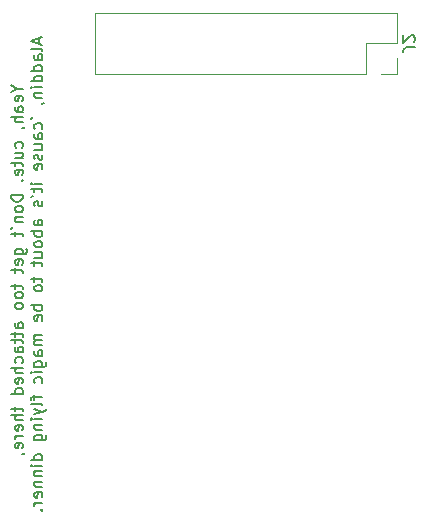
<source format=gbr>
G04 #@! TF.GenerationSoftware,KiCad,Pcbnew,5.1.5-52549c5~86~ubuntu18.04.1*
G04 #@! TF.CreationDate,2020-04-16T22:39:54-04:00*
G04 #@! TF.ProjectId,imac_g3_333mhz_slot_loading_J20_adapter_board,696d6163-5f67-4335-9f33-33336d687a5f,3*
G04 #@! TF.SameCoordinates,Original*
G04 #@! TF.FileFunction,Legend,Bot*
G04 #@! TF.FilePolarity,Positive*
%FSLAX46Y46*%
G04 Gerber Fmt 4.6, Leading zero omitted, Abs format (unit mm)*
G04 Created by KiCad (PCBNEW 5.1.5-52549c5~86~ubuntu18.04.1) date 2020-04-16 22:39:54*
%MOMM*%
%LPD*%
G04 APERTURE LIST*
%ADD10C,0.150000*%
%ADD11C,0.120000*%
G04 APERTURE END LIST*
D10*
X158304190Y-70665704D02*
X158780380Y-70665704D01*
X157780380Y-70332371D02*
X158304190Y-70665704D01*
X157780380Y-70999038D01*
X158732761Y-71713323D02*
X158780380Y-71618085D01*
X158780380Y-71427609D01*
X158732761Y-71332371D01*
X158637523Y-71284752D01*
X158256571Y-71284752D01*
X158161333Y-71332371D01*
X158113714Y-71427609D01*
X158113714Y-71618085D01*
X158161333Y-71713323D01*
X158256571Y-71760942D01*
X158351809Y-71760942D01*
X158447047Y-71284752D01*
X158780380Y-72618085D02*
X158256571Y-72618085D01*
X158161333Y-72570466D01*
X158113714Y-72475228D01*
X158113714Y-72284752D01*
X158161333Y-72189514D01*
X158732761Y-72618085D02*
X158780380Y-72522847D01*
X158780380Y-72284752D01*
X158732761Y-72189514D01*
X158637523Y-72141895D01*
X158542285Y-72141895D01*
X158447047Y-72189514D01*
X158399428Y-72284752D01*
X158399428Y-72522847D01*
X158351809Y-72618085D01*
X158780380Y-73094276D02*
X157780380Y-73094276D01*
X158780380Y-73522847D02*
X158256571Y-73522847D01*
X158161333Y-73475228D01*
X158113714Y-73379990D01*
X158113714Y-73237133D01*
X158161333Y-73141895D01*
X158208952Y-73094276D01*
X158732761Y-74046657D02*
X158780380Y-74046657D01*
X158875619Y-73999038D01*
X158923238Y-73951419D01*
X158732761Y-75665704D02*
X158780380Y-75570466D01*
X158780380Y-75379990D01*
X158732761Y-75284752D01*
X158685142Y-75237133D01*
X158589904Y-75189514D01*
X158304190Y-75189514D01*
X158208952Y-75237133D01*
X158161333Y-75284752D01*
X158113714Y-75379990D01*
X158113714Y-75570466D01*
X158161333Y-75665704D01*
X158113714Y-76522847D02*
X158780380Y-76522847D01*
X158113714Y-76094276D02*
X158637523Y-76094276D01*
X158732761Y-76141895D01*
X158780380Y-76237133D01*
X158780380Y-76379990D01*
X158732761Y-76475228D01*
X158685142Y-76522847D01*
X158113714Y-76856180D02*
X158113714Y-77237133D01*
X157780380Y-76999038D02*
X158637523Y-76999038D01*
X158732761Y-77046657D01*
X158780380Y-77141895D01*
X158780380Y-77237133D01*
X158732761Y-77951419D02*
X158780380Y-77856180D01*
X158780380Y-77665704D01*
X158732761Y-77570466D01*
X158637523Y-77522847D01*
X158256571Y-77522847D01*
X158161333Y-77570466D01*
X158113714Y-77665704D01*
X158113714Y-77856180D01*
X158161333Y-77951419D01*
X158256571Y-77999038D01*
X158351809Y-77999038D01*
X158447047Y-77522847D01*
X158685142Y-78427609D02*
X158732761Y-78475228D01*
X158780380Y-78427609D01*
X158732761Y-78379990D01*
X158685142Y-78427609D01*
X158780380Y-78427609D01*
X158780380Y-79665704D02*
X157780380Y-79665704D01*
X157780380Y-79903800D01*
X157828000Y-80046657D01*
X157923238Y-80141895D01*
X158018476Y-80189514D01*
X158208952Y-80237133D01*
X158351809Y-80237133D01*
X158542285Y-80189514D01*
X158637523Y-80141895D01*
X158732761Y-80046657D01*
X158780380Y-79903800D01*
X158780380Y-79665704D01*
X158780380Y-80808561D02*
X158732761Y-80713323D01*
X158685142Y-80665704D01*
X158589904Y-80618085D01*
X158304190Y-80618085D01*
X158208952Y-80665704D01*
X158161333Y-80713323D01*
X158113714Y-80808561D01*
X158113714Y-80951419D01*
X158161333Y-81046657D01*
X158208952Y-81094276D01*
X158304190Y-81141895D01*
X158589904Y-81141895D01*
X158685142Y-81094276D01*
X158732761Y-81046657D01*
X158780380Y-80951419D01*
X158780380Y-80808561D01*
X158113714Y-81570466D02*
X158780380Y-81570466D01*
X158208952Y-81570466D02*
X158161333Y-81618085D01*
X158113714Y-81713323D01*
X158113714Y-81856180D01*
X158161333Y-81951419D01*
X158256571Y-81999038D01*
X158780380Y-81999038D01*
X157780380Y-82522847D02*
X157970857Y-82427609D01*
X158113714Y-82808561D02*
X158113714Y-83189514D01*
X157780380Y-82951419D02*
X158637523Y-82951419D01*
X158732761Y-82999038D01*
X158780380Y-83094276D01*
X158780380Y-83189514D01*
X158113714Y-84713323D02*
X158923238Y-84713323D01*
X159018476Y-84665704D01*
X159066095Y-84618085D01*
X159113714Y-84522847D01*
X159113714Y-84379990D01*
X159066095Y-84284752D01*
X158732761Y-84713323D02*
X158780380Y-84618085D01*
X158780380Y-84427609D01*
X158732761Y-84332371D01*
X158685142Y-84284752D01*
X158589904Y-84237133D01*
X158304190Y-84237133D01*
X158208952Y-84284752D01*
X158161333Y-84332371D01*
X158113714Y-84427609D01*
X158113714Y-84618085D01*
X158161333Y-84713323D01*
X158732761Y-85570466D02*
X158780380Y-85475228D01*
X158780380Y-85284752D01*
X158732761Y-85189514D01*
X158637523Y-85141895D01*
X158256571Y-85141895D01*
X158161333Y-85189514D01*
X158113714Y-85284752D01*
X158113714Y-85475228D01*
X158161333Y-85570466D01*
X158256571Y-85618085D01*
X158351809Y-85618085D01*
X158447047Y-85141895D01*
X158113714Y-85903800D02*
X158113714Y-86284752D01*
X157780380Y-86046657D02*
X158637523Y-86046657D01*
X158732761Y-86094276D01*
X158780380Y-86189514D01*
X158780380Y-86284752D01*
X158113714Y-87237133D02*
X158113714Y-87618085D01*
X157780380Y-87379990D02*
X158637523Y-87379990D01*
X158732761Y-87427609D01*
X158780380Y-87522847D01*
X158780380Y-87618085D01*
X158780380Y-88094276D02*
X158732761Y-87999038D01*
X158685142Y-87951419D01*
X158589904Y-87903800D01*
X158304190Y-87903800D01*
X158208952Y-87951419D01*
X158161333Y-87999038D01*
X158113714Y-88094276D01*
X158113714Y-88237133D01*
X158161333Y-88332371D01*
X158208952Y-88379990D01*
X158304190Y-88427609D01*
X158589904Y-88427609D01*
X158685142Y-88379990D01*
X158732761Y-88332371D01*
X158780380Y-88237133D01*
X158780380Y-88094276D01*
X158780380Y-88999038D02*
X158732761Y-88903800D01*
X158685142Y-88856180D01*
X158589904Y-88808561D01*
X158304190Y-88808561D01*
X158208952Y-88856180D01*
X158161333Y-88903800D01*
X158113714Y-88999038D01*
X158113714Y-89141895D01*
X158161333Y-89237133D01*
X158208952Y-89284752D01*
X158304190Y-89332371D01*
X158589904Y-89332371D01*
X158685142Y-89284752D01*
X158732761Y-89237133D01*
X158780380Y-89141895D01*
X158780380Y-88999038D01*
X158780380Y-90951419D02*
X158256571Y-90951419D01*
X158161333Y-90903800D01*
X158113714Y-90808561D01*
X158113714Y-90618085D01*
X158161333Y-90522847D01*
X158732761Y-90951419D02*
X158780380Y-90856180D01*
X158780380Y-90618085D01*
X158732761Y-90522847D01*
X158637523Y-90475228D01*
X158542285Y-90475228D01*
X158447047Y-90522847D01*
X158399428Y-90618085D01*
X158399428Y-90856180D01*
X158351809Y-90951419D01*
X158113714Y-91284752D02*
X158113714Y-91665704D01*
X157780380Y-91427609D02*
X158637523Y-91427609D01*
X158732761Y-91475228D01*
X158780380Y-91570466D01*
X158780380Y-91665704D01*
X158113714Y-91856180D02*
X158113714Y-92237133D01*
X157780380Y-91999038D02*
X158637523Y-91999038D01*
X158732761Y-92046657D01*
X158780380Y-92141895D01*
X158780380Y-92237133D01*
X158780380Y-92999038D02*
X158256571Y-92999038D01*
X158161333Y-92951419D01*
X158113714Y-92856180D01*
X158113714Y-92665704D01*
X158161333Y-92570466D01*
X158732761Y-92999038D02*
X158780380Y-92903800D01*
X158780380Y-92665704D01*
X158732761Y-92570466D01*
X158637523Y-92522847D01*
X158542285Y-92522847D01*
X158447047Y-92570466D01*
X158399428Y-92665704D01*
X158399428Y-92903800D01*
X158351809Y-92999038D01*
X158732761Y-93903800D02*
X158780380Y-93808561D01*
X158780380Y-93618085D01*
X158732761Y-93522847D01*
X158685142Y-93475228D01*
X158589904Y-93427609D01*
X158304190Y-93427609D01*
X158208952Y-93475228D01*
X158161333Y-93522847D01*
X158113714Y-93618085D01*
X158113714Y-93808561D01*
X158161333Y-93903800D01*
X158780380Y-94332371D02*
X157780380Y-94332371D01*
X158780380Y-94760942D02*
X158256571Y-94760942D01*
X158161333Y-94713323D01*
X158113714Y-94618085D01*
X158113714Y-94475228D01*
X158161333Y-94379990D01*
X158208952Y-94332371D01*
X158732761Y-95618085D02*
X158780380Y-95522847D01*
X158780380Y-95332371D01*
X158732761Y-95237133D01*
X158637523Y-95189514D01*
X158256571Y-95189514D01*
X158161333Y-95237133D01*
X158113714Y-95332371D01*
X158113714Y-95522847D01*
X158161333Y-95618085D01*
X158256571Y-95665704D01*
X158351809Y-95665704D01*
X158447047Y-95189514D01*
X158780380Y-96522847D02*
X157780380Y-96522847D01*
X158732761Y-96522847D02*
X158780380Y-96427609D01*
X158780380Y-96237133D01*
X158732761Y-96141895D01*
X158685142Y-96094276D01*
X158589904Y-96046657D01*
X158304190Y-96046657D01*
X158208952Y-96094276D01*
X158161333Y-96141895D01*
X158113714Y-96237133D01*
X158113714Y-96427609D01*
X158161333Y-96522847D01*
X158113714Y-97618085D02*
X158113714Y-97999038D01*
X157780380Y-97760942D02*
X158637523Y-97760942D01*
X158732761Y-97808561D01*
X158780380Y-97903800D01*
X158780380Y-97999038D01*
X158780380Y-98332371D02*
X157780380Y-98332371D01*
X158780380Y-98760942D02*
X158256571Y-98760942D01*
X158161333Y-98713323D01*
X158113714Y-98618085D01*
X158113714Y-98475228D01*
X158161333Y-98379990D01*
X158208952Y-98332371D01*
X158732761Y-99618085D02*
X158780380Y-99522847D01*
X158780380Y-99332371D01*
X158732761Y-99237133D01*
X158637523Y-99189514D01*
X158256571Y-99189514D01*
X158161333Y-99237133D01*
X158113714Y-99332371D01*
X158113714Y-99522847D01*
X158161333Y-99618085D01*
X158256571Y-99665704D01*
X158351809Y-99665704D01*
X158447047Y-99189514D01*
X158780380Y-100094276D02*
X158113714Y-100094276D01*
X158304190Y-100094276D02*
X158208952Y-100141895D01*
X158161333Y-100189514D01*
X158113714Y-100284752D01*
X158113714Y-100379990D01*
X158732761Y-101094276D02*
X158780380Y-100999038D01*
X158780380Y-100808561D01*
X158732761Y-100713323D01*
X158637523Y-100665704D01*
X158256571Y-100665704D01*
X158161333Y-100713323D01*
X158113714Y-100808561D01*
X158113714Y-100999038D01*
X158161333Y-101094276D01*
X158256571Y-101141895D01*
X158351809Y-101141895D01*
X158447047Y-100665704D01*
X158732761Y-101618085D02*
X158780380Y-101618085D01*
X158875619Y-101570466D01*
X158923238Y-101522847D01*
X160144666Y-66403800D02*
X160144666Y-66879990D01*
X160430380Y-66308561D02*
X159430380Y-66641895D01*
X160430380Y-66975228D01*
X160430380Y-67451419D02*
X160382761Y-67356180D01*
X160287523Y-67308561D01*
X159430380Y-67308561D01*
X160430380Y-68260942D02*
X159906571Y-68260942D01*
X159811333Y-68213323D01*
X159763714Y-68118085D01*
X159763714Y-67927609D01*
X159811333Y-67832371D01*
X160382761Y-68260942D02*
X160430380Y-68165704D01*
X160430380Y-67927609D01*
X160382761Y-67832371D01*
X160287523Y-67784752D01*
X160192285Y-67784752D01*
X160097047Y-67832371D01*
X160049428Y-67927609D01*
X160049428Y-68165704D01*
X160001809Y-68260942D01*
X160430380Y-69165704D02*
X159430380Y-69165704D01*
X160382761Y-69165704D02*
X160430380Y-69070466D01*
X160430380Y-68879990D01*
X160382761Y-68784752D01*
X160335142Y-68737133D01*
X160239904Y-68689514D01*
X159954190Y-68689514D01*
X159858952Y-68737133D01*
X159811333Y-68784752D01*
X159763714Y-68879990D01*
X159763714Y-69070466D01*
X159811333Y-69165704D01*
X160430380Y-70070466D02*
X159430380Y-70070466D01*
X160382761Y-70070466D02*
X160430380Y-69975228D01*
X160430380Y-69784752D01*
X160382761Y-69689514D01*
X160335142Y-69641895D01*
X160239904Y-69594276D01*
X159954190Y-69594276D01*
X159858952Y-69641895D01*
X159811333Y-69689514D01*
X159763714Y-69784752D01*
X159763714Y-69975228D01*
X159811333Y-70070466D01*
X160430380Y-70546657D02*
X159763714Y-70546657D01*
X159430380Y-70546657D02*
X159478000Y-70499038D01*
X159525619Y-70546657D01*
X159478000Y-70594276D01*
X159430380Y-70546657D01*
X159525619Y-70546657D01*
X159763714Y-71022847D02*
X160430380Y-71022847D01*
X159858952Y-71022847D02*
X159811333Y-71070466D01*
X159763714Y-71165704D01*
X159763714Y-71308561D01*
X159811333Y-71403800D01*
X159906571Y-71451419D01*
X160430380Y-71451419D01*
X160382761Y-71975228D02*
X160430380Y-71975228D01*
X160525619Y-71927609D01*
X160573238Y-71879990D01*
X159430380Y-73213323D02*
X159620857Y-73118085D01*
X160382761Y-74070466D02*
X160430380Y-73975228D01*
X160430380Y-73784752D01*
X160382761Y-73689514D01*
X160335142Y-73641895D01*
X160239904Y-73594276D01*
X159954190Y-73594276D01*
X159858952Y-73641895D01*
X159811333Y-73689514D01*
X159763714Y-73784752D01*
X159763714Y-73975228D01*
X159811333Y-74070466D01*
X160430380Y-74927609D02*
X159906571Y-74927609D01*
X159811333Y-74879990D01*
X159763714Y-74784752D01*
X159763714Y-74594276D01*
X159811333Y-74499038D01*
X160382761Y-74927609D02*
X160430380Y-74832371D01*
X160430380Y-74594276D01*
X160382761Y-74499038D01*
X160287523Y-74451419D01*
X160192285Y-74451419D01*
X160097047Y-74499038D01*
X160049428Y-74594276D01*
X160049428Y-74832371D01*
X160001809Y-74927609D01*
X159763714Y-75832371D02*
X160430380Y-75832371D01*
X159763714Y-75403800D02*
X160287523Y-75403800D01*
X160382761Y-75451419D01*
X160430380Y-75546657D01*
X160430380Y-75689514D01*
X160382761Y-75784752D01*
X160335142Y-75832371D01*
X160382761Y-76260942D02*
X160430380Y-76356180D01*
X160430380Y-76546657D01*
X160382761Y-76641895D01*
X160287523Y-76689514D01*
X160239904Y-76689514D01*
X160144666Y-76641895D01*
X160097047Y-76546657D01*
X160097047Y-76403799D01*
X160049428Y-76308561D01*
X159954190Y-76260942D01*
X159906571Y-76260942D01*
X159811333Y-76308561D01*
X159763714Y-76403799D01*
X159763714Y-76546657D01*
X159811333Y-76641895D01*
X160382761Y-77499038D02*
X160430380Y-77403799D01*
X160430380Y-77213323D01*
X160382761Y-77118085D01*
X160287523Y-77070466D01*
X159906571Y-77070466D01*
X159811333Y-77118085D01*
X159763714Y-77213323D01*
X159763714Y-77403799D01*
X159811333Y-77499038D01*
X159906571Y-77546657D01*
X160001809Y-77546657D01*
X160097047Y-77070466D01*
X160430380Y-78737133D02*
X159763714Y-78737133D01*
X159430380Y-78737133D02*
X159478000Y-78689514D01*
X159525619Y-78737133D01*
X159478000Y-78784752D01*
X159430380Y-78737133D01*
X159525619Y-78737133D01*
X159763714Y-79070466D02*
X159763714Y-79451419D01*
X159430380Y-79213323D02*
X160287523Y-79213323D01*
X160382761Y-79260942D01*
X160430380Y-79356180D01*
X160430380Y-79451419D01*
X159430380Y-79832371D02*
X159620857Y-79737133D01*
X160382761Y-80213323D02*
X160430380Y-80308561D01*
X160430380Y-80499038D01*
X160382761Y-80594276D01*
X160287523Y-80641895D01*
X160239904Y-80641895D01*
X160144666Y-80594276D01*
X160097047Y-80499038D01*
X160097047Y-80356180D01*
X160049428Y-80260942D01*
X159954190Y-80213323D01*
X159906571Y-80213323D01*
X159811333Y-80260942D01*
X159763714Y-80356180D01*
X159763714Y-80499038D01*
X159811333Y-80594276D01*
X160430380Y-82260942D02*
X159906571Y-82260942D01*
X159811333Y-82213323D01*
X159763714Y-82118085D01*
X159763714Y-81927609D01*
X159811333Y-81832371D01*
X160382761Y-82260942D02*
X160430380Y-82165704D01*
X160430380Y-81927609D01*
X160382761Y-81832371D01*
X160287523Y-81784752D01*
X160192285Y-81784752D01*
X160097047Y-81832371D01*
X160049428Y-81927609D01*
X160049428Y-82165704D01*
X160001809Y-82260942D01*
X160430380Y-82737133D02*
X159430380Y-82737133D01*
X159811333Y-82737133D02*
X159763714Y-82832371D01*
X159763714Y-83022847D01*
X159811333Y-83118085D01*
X159858952Y-83165704D01*
X159954190Y-83213323D01*
X160239904Y-83213323D01*
X160335142Y-83165704D01*
X160382761Y-83118085D01*
X160430380Y-83022847D01*
X160430380Y-82832371D01*
X160382761Y-82737133D01*
X160430380Y-83784752D02*
X160382761Y-83689514D01*
X160335142Y-83641895D01*
X160239904Y-83594276D01*
X159954190Y-83594276D01*
X159858952Y-83641895D01*
X159811333Y-83689514D01*
X159763714Y-83784752D01*
X159763714Y-83927609D01*
X159811333Y-84022847D01*
X159858952Y-84070466D01*
X159954190Y-84118085D01*
X160239904Y-84118085D01*
X160335142Y-84070466D01*
X160382761Y-84022847D01*
X160430380Y-83927609D01*
X160430380Y-83784752D01*
X159763714Y-84975228D02*
X160430380Y-84975228D01*
X159763714Y-84546657D02*
X160287523Y-84546657D01*
X160382761Y-84594276D01*
X160430380Y-84689514D01*
X160430380Y-84832371D01*
X160382761Y-84927609D01*
X160335142Y-84975228D01*
X159763714Y-85308561D02*
X159763714Y-85689514D01*
X159430380Y-85451419D02*
X160287523Y-85451419D01*
X160382761Y-85499038D01*
X160430380Y-85594276D01*
X160430380Y-85689514D01*
X159763714Y-86641895D02*
X159763714Y-87022847D01*
X159430380Y-86784752D02*
X160287523Y-86784752D01*
X160382761Y-86832371D01*
X160430380Y-86927609D01*
X160430380Y-87022847D01*
X160430380Y-87499038D02*
X160382761Y-87403799D01*
X160335142Y-87356180D01*
X160239904Y-87308561D01*
X159954190Y-87308561D01*
X159858952Y-87356180D01*
X159811333Y-87403799D01*
X159763714Y-87499038D01*
X159763714Y-87641895D01*
X159811333Y-87737133D01*
X159858952Y-87784752D01*
X159954190Y-87832371D01*
X160239904Y-87832371D01*
X160335142Y-87784752D01*
X160382761Y-87737133D01*
X160430380Y-87641895D01*
X160430380Y-87499038D01*
X160430380Y-89022847D02*
X159430380Y-89022847D01*
X159811333Y-89022847D02*
X159763714Y-89118085D01*
X159763714Y-89308561D01*
X159811333Y-89403799D01*
X159858952Y-89451419D01*
X159954190Y-89499038D01*
X160239904Y-89499038D01*
X160335142Y-89451419D01*
X160382761Y-89403799D01*
X160430380Y-89308561D01*
X160430380Y-89118085D01*
X160382761Y-89022847D01*
X160382761Y-90308561D02*
X160430380Y-90213323D01*
X160430380Y-90022847D01*
X160382761Y-89927609D01*
X160287523Y-89879990D01*
X159906571Y-89879990D01*
X159811333Y-89927609D01*
X159763714Y-90022847D01*
X159763714Y-90213323D01*
X159811333Y-90308561D01*
X159906571Y-90356180D01*
X160001809Y-90356180D01*
X160097047Y-89879990D01*
X160430380Y-91546657D02*
X159763714Y-91546657D01*
X159858952Y-91546657D02*
X159811333Y-91594276D01*
X159763714Y-91689514D01*
X159763714Y-91832371D01*
X159811333Y-91927609D01*
X159906571Y-91975228D01*
X160430380Y-91975228D01*
X159906571Y-91975228D02*
X159811333Y-92022847D01*
X159763714Y-92118085D01*
X159763714Y-92260942D01*
X159811333Y-92356180D01*
X159906571Y-92403799D01*
X160430380Y-92403799D01*
X160430380Y-93308561D02*
X159906571Y-93308561D01*
X159811333Y-93260942D01*
X159763714Y-93165704D01*
X159763714Y-92975228D01*
X159811333Y-92879990D01*
X160382761Y-93308561D02*
X160430380Y-93213323D01*
X160430380Y-92975228D01*
X160382761Y-92879990D01*
X160287523Y-92832371D01*
X160192285Y-92832371D01*
X160097047Y-92879990D01*
X160049428Y-92975228D01*
X160049428Y-93213323D01*
X160001809Y-93308561D01*
X159763714Y-94213323D02*
X160573238Y-94213323D01*
X160668476Y-94165704D01*
X160716095Y-94118085D01*
X160763714Y-94022847D01*
X160763714Y-93879990D01*
X160716095Y-93784752D01*
X160382761Y-94213323D02*
X160430380Y-94118085D01*
X160430380Y-93927609D01*
X160382761Y-93832371D01*
X160335142Y-93784752D01*
X160239904Y-93737133D01*
X159954190Y-93737133D01*
X159858952Y-93784752D01*
X159811333Y-93832371D01*
X159763714Y-93927609D01*
X159763714Y-94118085D01*
X159811333Y-94213323D01*
X160430380Y-94689514D02*
X159763714Y-94689514D01*
X159430380Y-94689514D02*
X159478000Y-94641895D01*
X159525619Y-94689514D01*
X159478000Y-94737133D01*
X159430380Y-94689514D01*
X159525619Y-94689514D01*
X160382761Y-95594276D02*
X160430380Y-95499038D01*
X160430380Y-95308561D01*
X160382761Y-95213323D01*
X160335142Y-95165704D01*
X160239904Y-95118085D01*
X159954190Y-95118085D01*
X159858952Y-95165704D01*
X159811333Y-95213323D01*
X159763714Y-95308561D01*
X159763714Y-95499038D01*
X159811333Y-95594276D01*
X159763714Y-96641895D02*
X159763714Y-97022847D01*
X160430380Y-96784752D02*
X159573238Y-96784752D01*
X159478000Y-96832371D01*
X159430380Y-96927609D01*
X159430380Y-97022847D01*
X160430380Y-97499038D02*
X160382761Y-97403799D01*
X160287523Y-97356180D01*
X159430380Y-97356180D01*
X159763714Y-97784752D02*
X160430380Y-98022847D01*
X159763714Y-98260942D02*
X160430380Y-98022847D01*
X160668476Y-97927609D01*
X160716095Y-97879990D01*
X160763714Y-97784752D01*
X160430380Y-98641895D02*
X159763714Y-98641895D01*
X159430380Y-98641895D02*
X159478000Y-98594276D01*
X159525619Y-98641895D01*
X159478000Y-98689514D01*
X159430380Y-98641895D01*
X159525619Y-98641895D01*
X159763714Y-99118085D02*
X160430380Y-99118085D01*
X159858952Y-99118085D02*
X159811333Y-99165704D01*
X159763714Y-99260942D01*
X159763714Y-99403799D01*
X159811333Y-99499038D01*
X159906571Y-99546657D01*
X160430380Y-99546657D01*
X159763714Y-100451419D02*
X160573238Y-100451419D01*
X160668476Y-100403799D01*
X160716095Y-100356180D01*
X160763714Y-100260942D01*
X160763714Y-100118085D01*
X160716095Y-100022847D01*
X160382761Y-100451419D02*
X160430380Y-100356180D01*
X160430380Y-100165704D01*
X160382761Y-100070466D01*
X160335142Y-100022847D01*
X160239904Y-99975228D01*
X159954190Y-99975228D01*
X159858952Y-100022847D01*
X159811333Y-100070466D01*
X159763714Y-100165704D01*
X159763714Y-100356180D01*
X159811333Y-100451419D01*
X160430380Y-102118085D02*
X159430380Y-102118085D01*
X160382761Y-102118085D02*
X160430380Y-102022847D01*
X160430380Y-101832371D01*
X160382761Y-101737133D01*
X160335142Y-101689514D01*
X160239904Y-101641895D01*
X159954190Y-101641895D01*
X159858952Y-101689514D01*
X159811333Y-101737133D01*
X159763714Y-101832371D01*
X159763714Y-102022847D01*
X159811333Y-102118085D01*
X160430380Y-102594276D02*
X159763714Y-102594276D01*
X159430380Y-102594276D02*
X159478000Y-102546657D01*
X159525619Y-102594276D01*
X159478000Y-102641895D01*
X159430380Y-102594276D01*
X159525619Y-102594276D01*
X159763714Y-103070466D02*
X160430380Y-103070466D01*
X159858952Y-103070466D02*
X159811333Y-103118085D01*
X159763714Y-103213323D01*
X159763714Y-103356180D01*
X159811333Y-103451419D01*
X159906571Y-103499038D01*
X160430380Y-103499038D01*
X159763714Y-103975228D02*
X160430380Y-103975228D01*
X159858952Y-103975228D02*
X159811333Y-104022847D01*
X159763714Y-104118085D01*
X159763714Y-104260942D01*
X159811333Y-104356180D01*
X159906571Y-104403799D01*
X160430380Y-104403799D01*
X160382761Y-105260942D02*
X160430380Y-105165704D01*
X160430380Y-104975228D01*
X160382761Y-104879990D01*
X160287523Y-104832371D01*
X159906571Y-104832371D01*
X159811333Y-104879990D01*
X159763714Y-104975228D01*
X159763714Y-105165704D01*
X159811333Y-105260942D01*
X159906571Y-105308561D01*
X160001809Y-105308561D01*
X160097047Y-104832371D01*
X160430380Y-105737133D02*
X159763714Y-105737133D01*
X159954190Y-105737133D02*
X159858952Y-105784752D01*
X159811333Y-105832371D01*
X159763714Y-105927609D01*
X159763714Y-106022847D01*
X160335142Y-106356180D02*
X160382761Y-106403799D01*
X160430380Y-106356180D01*
X160382761Y-106308561D01*
X160335142Y-106356180D01*
X160430380Y-106356180D01*
D11*
X190433000Y-69433800D02*
X190433000Y-68103800D01*
X189103000Y-69433800D02*
X190433000Y-69433800D01*
X190433000Y-66833800D02*
X190433000Y-64233800D01*
X187833000Y-66833800D02*
X190433000Y-66833800D01*
X187833000Y-69433800D02*
X187833000Y-66833800D01*
X190433000Y-64233800D02*
X164913000Y-64233800D01*
X187833000Y-69433800D02*
X164913000Y-69433800D01*
X164913000Y-69433800D02*
X164913000Y-64233800D01*
D10*
X191980619Y-67167133D02*
X191266333Y-67167133D01*
X191123476Y-67214752D01*
X191028238Y-67309990D01*
X190980619Y-67452847D01*
X190980619Y-67548085D01*
X191885380Y-66738561D02*
X191933000Y-66690942D01*
X191980619Y-66595704D01*
X191980619Y-66357609D01*
X191933000Y-66262371D01*
X191885380Y-66214752D01*
X191790142Y-66167133D01*
X191694904Y-66167133D01*
X191552047Y-66214752D01*
X190980619Y-66786180D01*
X190980619Y-66167133D01*
M02*

</source>
